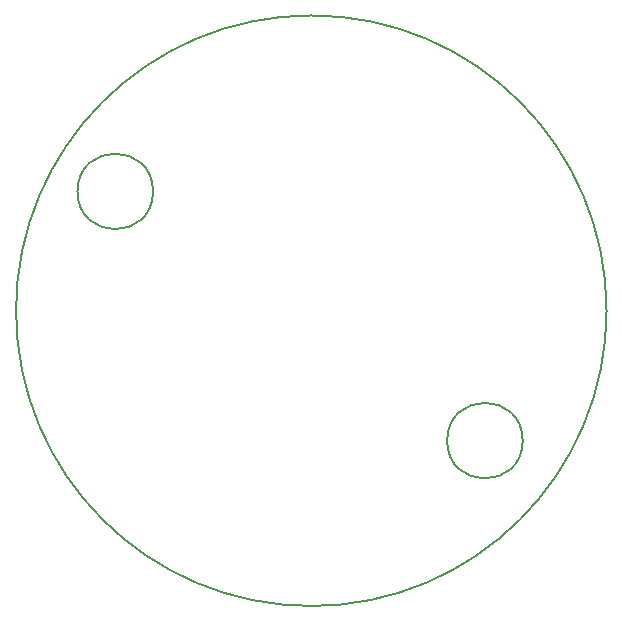
<source format=gbr>
G04 #@! TF.GenerationSoftware,KiCad,Pcbnew,5.0.2+dfsg1-1*
G04 #@! TF.CreationDate,2019-07-05T17:04:00+02:00*
G04 #@! TF.ProjectId,PollFoll,506f6c6c-466f-46c6-9c2e-6b696361645f,rev?*
G04 #@! TF.SameCoordinates,Original*
G04 #@! TF.FileFunction,Profile,NP*
%FSLAX46Y46*%
G04 Gerber Fmt 4.6, Leading zero omitted, Abs format (unit mm)*
G04 Created by KiCad (PCBNEW 5.0.2+dfsg1-1) date vie 05 jul 2019 17:04:00 CEST*
%MOMM*%
%LPD*%
G01*
G04 APERTURE LIST*
%ADD10C,0.200000*%
G04 APERTURE END LIST*
D10*
X153900000Y-90500000D02*
G75*
G03X153900000Y-90500000I-3200000J0D01*
G01*
X122600000Y-69400000D02*
G75*
G03X122600000Y-69400000I-3200000J0D01*
G01*
X161000000Y-79500000D02*
G75*
G03X161000000Y-79500000I-25000000J0D01*
G01*
M02*

</source>
